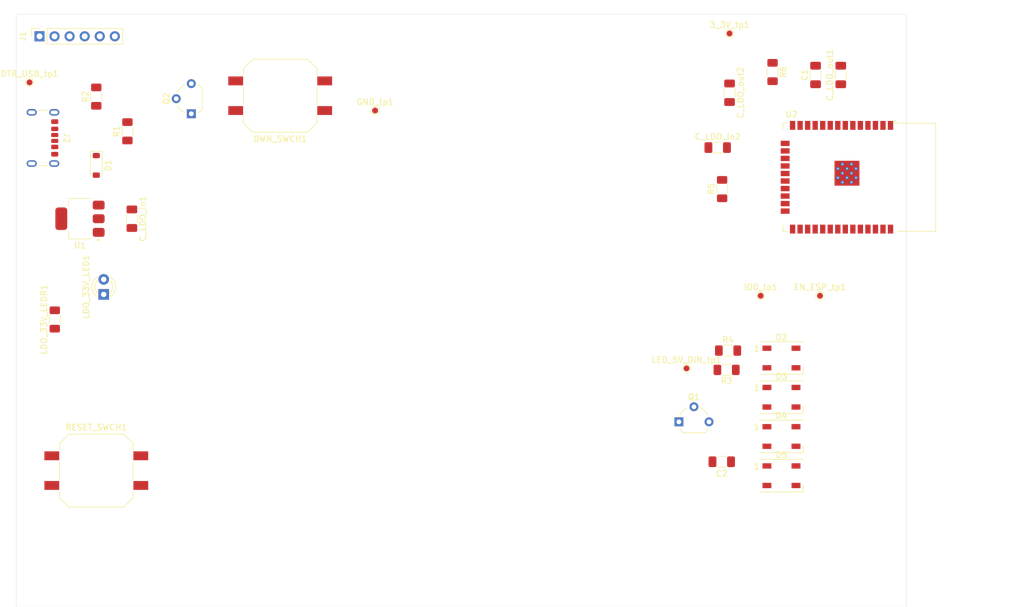
<source format=kicad_pcb>
(kicad_pcb (version 20240108) (generator "pcbnew") (generator_version "8.0")
  (layers (0 "F.Cu" signal) (31 "B.Cu" signal) (34 "B.Paste" user) (35 "F.Paste" user) (36 "B.SilkS" user "B.Silkscreen") (37 "F.SilkS" user "F.Silkscreen") (38 "B.Mask" user) (39 "F.Mask" user) (44 "Edge.Cuts" user))
  (net 0 "")
  (net 1 "DTR_BL")
  (net 2 "EN_ESP")
  (net 3 "5V_VCC")
  (net 4 "GND")
  (net 5 "3_3V_AMSVO")
  (net 6 "5V_USB_BL")
  (net 7 "Net-(D2-DIN)")
  (net 8 "Net-(D2-DOUT)")
  (net 9 "Net-(D3-DOUT)")
  (net 10 "Net-(D4-DOUT)")
  (net 12 "GPIO0")
  (net 13 "RXD_USB")
  (net 14 "TXD_USB")
  (net 15 "3.3V_USB")
  (net 16 "Net-(J2-CC1)")
  (net 17 "Net-(LDO_33V_LED1-K)")
  (net 18 "Net-(Q1-C)")
  (net 19 "Net-(Q1-B)")
  (net 20 "Net-(Q2-B)")
  (net 21 "IC_LED_DIN")
  (net 22 "RXD")
  (net 26 "TXD")
  (footprint "TestPoint:TestPoint_Pad_D1.0mm" (layer "F.Cu") (at 175.49 97.48)
    (property "Reference" "IO0_tp1" (at 0 -1.448 0) (layer "F.SilkS"))
    (property "Value" "TestPoint")
    (fp_circle (center 0 0) (end 0 0.7) (stroke (width 0.12)) (fill none) (layer "F.SilkS"))
    (pad "1" smd circle (at 0 0) (size 1 1) (layers "F.Cu" "F.Mask") (net 12 "GPIO0"))
  )
  (footprint "LED_SMD:LED_WS2812B_PLCC4_5.0x5.0mm_P3.2mm" (layer "F.Cu") (at 178.99 121.22)
    (property "Reference" "D4" (at 0 -3.5 0) (layer "F.SilkS"))
    (property "Value" "WS2812B")
    (fp_line (start -3.65 -2.75) (end 3.65 -2.75) (stroke (width 0.12)) (layer "F.SilkS"))
    (fp_line (start -3.65 2.75) (end 3.65 2.75) (stroke (width 0.12)) (layer "F.SilkS"))
    (fp_line (start 3.65 2.75) (end 3.65 1.6) (stroke (width 0.12)) (layer "F.SilkS"))
    (fp_text user "1" (at -4.15 -1.6 0) (layer "F.SilkS"))
    (pad "1" smd rect (at -2.45 -1.65) (size 1.5 0.9) (layers "F.Cu" "F.Paste" "F.Mask") (net 3 "5V_VCC"))
    (pad "2" smd rect (at -2.45 1.65) (size 1.5 0.9) (layers "F.Cu" "F.Paste" "F.Mask") (net 10 "Net-(D4-DOUT)"))
    (pad "3" smd rect (at 2.45 1.65) (size 1.5 0.9) (layers "F.Cu" "F.Paste" "F.Mask") (net 4 "GND"))
    (pad "4" smd rect (at 2.45 -1.65) (size 1.5 0.9) (layers "F.Cu" "F.Paste" "F.Mask") (net 9 "Net-(D3-DOUT)"))
  )
  (footprint "TestPoint:TestPoint_Pad_D1.0mm" (layer "F.Cu") (at 52.24 61.48)
    (property "Reference" "DTR_USB_tp1" (at 0 -1.448 0) (layer "F.SilkS"))
    (property "Value" "TestPoint")
    (fp_circle (center 0 0) (end 0 0.7) (stroke (width 0.12)) (fill none) (layer "F.SilkS"))
    (pad "1" smd circle (at 0 0) (size 1 1) (layers "F.Cu" "F.Mask") (net 1 "DTR_BL"))
  )
  (footprint "TestPoint:TestPoint_Pad_D1.0mm" (layer "F.Cu") (at 110.49 66.23)
    (property "Reference" "GND_tp1" (at 0 -1.448 0) (layer "F.SilkS"))
    (property "Value" "TestPoint")
    (fp_circle (center 0 0) (end 0 0.7) (stroke (width 0.12)) (fill none) (layer "F.SilkS"))
    (pad "1" smd circle (at 0 0) (size 1 1) (layers "F.Cu" "F.Mask") (net 4 "GND"))
  )
  (footprint "Resistor_SMD:R_1206_3216Metric_Pad1.30x1.75mm_HandSolder" (layer "F.Cu") (at 63.49 63.88 90)
    (property "Reference" "R2" (at 0 -1.82 90) (layer "F.SilkS"))
    (property "Value" "1k")
    (fp_line (start -0.727064 -0.91) (end 0.727064 -0.91) (stroke (width 0.12)) (layer "F.SilkS"))
    (fp_line (start -0.727064 0.91) (end 0.727064 0.91) (stroke (width 0.12)) (layer "F.SilkS"))
    (pad "1" smd roundrect (at -1.55 0 90) (size 1.3 1.75) (layers "F.Cu" "F.Paste" "F.Mask") (roundrect_rratio 0.192308) (net 1 "DTR_BL"))
    (pad "2" smd roundrect (at 1.55 0 90) (size 1.3 1.75) (layers "F.Cu" "F.Paste" "F.Mask") (roundrect_rratio 0.192308) (net 20 "Net-(Q2-B)"))
  )
  (footprint "LED_THT:LED_D3.0mm" (layer "F.Cu") (at 64.74 97.255 90)
    (property "Reference" "LDO_33V_LED1" (at 1.27 -2.96 90) (layer "F.SilkS"))
    (property "Value" "LED")
    (fp_line (start -0.29 -1.236) (end -0.29 -1.08) (stroke (width 0.12)) (layer "F.SilkS"))
    (fp_line (start -0.29 1.08) (end -0.29 1.236) (stroke (width 0.12)) (layer "F.SilkS"))
    (fp_arc (start -0.29 -1.235516) (mid 1.366487 -1.987659) (end 2.942335 -1.078608) (stroke (width 0.12)) (layer "F.SilkS"))
    (fp_arc (start 0.229039 -1.08) (mid 1.270117 -1.5) (end 2.31113 -1.079837) (stroke (width 0.12)) (layer "F.SilkS"))
    (fp_arc (start 2.942335 1.078608) (mid 1.366487 1.987659) (end -0.29 1.235516) (stroke (width 0.12)) (layer "F.SilkS"))
    (fp_arc (start 2.31113 1.079837) (mid 1.270117 1.5) (end 0.229039 1.08) (stroke (width 0.12)) (layer "F.SilkS"))
    (pad "1" thru_hole rect (at 0 0 90) (size 1.8 1.8) (drill 0.9) (layers "*.Cu" "*.Mask") (net 17 "Net-(LDO_33V_LED1-K)"))
    (pad "2" thru_hole circle (at 2.54 0 90) (size 1.8 1.8) (drill 0.9) (layers "*.Cu" "*.Mask") (net 5 "3_3V_AMSVO"))
  )
  (footprint "Capacitor_SMD:C_1206_3216Metric_Pad1.33x1.80mm_HandSolder" (layer "F.Cu") (at 170.24 63.23 -90)
    (property "Reference" "C_LDO_out2" (at 0 -1.85 90) (layer "F.SilkS"))
    (property "Value" "100nF")
    (fp_line (start -0.711252 0.91) (end 0.711252 0.91) (stroke (width 0.12)) (layer "F.SilkS"))
    (fp_line (start -0.711252 -0.91) (end 0.711252 -0.91) (stroke (width 0.12)) (layer "F.SilkS"))
    (pad "1" smd roundrect (at -1.5625 0 270) (size 1.325 1.8) (layers "F.Cu" "F.Paste" "F.Mask") (roundrect_rratio 0.188679) (net 5 "3_3V_AMSVO"))
    (pad "2" smd roundrect (at 1.5625 0 270) (size 1.325 1.8) (layers "F.Cu" "F.Paste" "F.Mask") (roundrect_rratio 0.188679) (net 4 "GND"))
  )
  (footprint "Package_TO_SOT_THT:TO-92_Wide" (layer "F.Cu") (at 79.51 66.77 90)
    (property "Reference" "Q2" (at 2.55 -4.19 90) (layer "F.SilkS"))
    (property "Value" "2N3904")
    (fp_line (start 0.74 1.85) (end 4.34 1.85) (stroke (width 0.12)) (layer "F.SilkS"))
    (fp_arc (start 3.65 -2.35) (mid 4.382279 -1.833196) (end 4.895458 -1.098371) (stroke (width 0.12)) (layer "F.SilkS"))
    (fp_arc (start 0.172801 -1.103842) (mid 0.678995 -1.832692) (end 1.4 -2.35) (stroke (width 0.12)) (layer "F.SilkS"))
    (fp_arc (start 4.864184 1.122795) (mid 4.633903 1.509328) (end 4.34 1.85) (stroke (width 0.12)) (layer "F.SilkS"))
    (fp_arc (start 0.74 1.85) (mid 0.446097 1.509328) (end 0.215816 1.122795) (stroke (width 0.12)) (layer "F.SilkS"))
    (pad "1" thru_hole rect (at 0 0 90) (size 1.5 1.5) (drill 0.8) (layers "*.Cu" "*.Mask") (net 4 "GND"))
    (pad "2" thru_hole circle (at 2.54 -2.54 90) (size 1.5 1.5) (drill 0.8) (layers "*.Cu" "*.Mask") (net 20 "Net-(Q2-B)"))
    (pad "3" thru_hole circle (at 5.08 0 90) (size 1.5 1.5) (drill 0.8) (layers "*.Cu" "*.Mask") (net 12 "GPIO0"))
  )
  (footprint "Connector_PinSocket_2.54mm:PinSocket_1x06_P2.54mm_Vertical" (layer "F.Cu") (at 53.915 53.705 90)
    (property "Reference" "J1" (at 0 -2.77 90) (layer "F.SilkS"))
    (property "Value" "CP2102 module")
    (fp_line (start 1.33 -1.33) (end 1.33 0) (stroke (width 0.12)) (layer "F.SilkS"))
    (fp_line (start 0 -1.33) (end 1.33 -1.33) (stroke (width 0.12)) (layer "F.SilkS"))
    (fp_line (start 1.33 1.27) (end 1.33 14.03) (stroke (width 0.12)) (layer "F.SilkS"))
    (fp_line (start -1.33 1.27) (end 1.33 1.27) (stroke (width 0.12)) (layer "F.SilkS"))
    (fp_line (start -1.33 1.27) (end -1.33 14.03) (stroke (width 0.12)) (layer "F.SilkS"))
    (fp_line (start -1.33 14.03) (end 1.33 14.03) (stroke (width 0.12)) (layer "F.SilkS"))
    (pad "1" thru_hole rect (at 0 0 90) (size 1.7 1.7) (drill 1) (layers "*.Cu" "*.Mask") (net 6 "5V_USB_BL"))
    (pad "2" thru_hole oval (at 0 2.54 90) (size 1.7 1.7) (drill 1) (layers "*.Cu" "*.Mask") (net 4 "GND"))
    (pad "3" thru_hole oval (at 0 5.08 90) (size 1.7 1.7) (drill 1) (layers "*.Cu" "*.Mask") (net 14 "TXD_USB"))
    (pad "4" thru_hole oval (at 0 7.62 90) (size 1.7 1.7) (drill 1) (layers "*.Cu" "*.Mask") (net 13 "RXD_USB"))
    (pad "5" thru_hole oval (at 0 10.16 90) (size 1.7 1.7) (drill 1) (layers "*.Cu" "*.Mask") (net 1 "DTR_BL"))
    (pad "6" thru_hole oval (at 0 12.7 90) (size 1.7 1.7) (drill 1) (layers "*.Cu" "*.Mask") (net 15 "3.3V_USB"))
  )
  (footprint "LED_SMD:LED_WS2812B_PLCC4_5.0x5.0mm_P3.2mm" (layer "F.Cu") (at 178.99 114.6)
    (property "Reference" "D3" (at 0 -3.5 0) (layer "F.SilkS"))
    (property "Value" "WS2812B")
    (fp_line (start -3.65 -2.75) (end 3.65 -2.75) (stroke (width 0.12)) (layer "F.SilkS"))
    (fp_line (start -3.65 2.75) (end 3.65 2.75) (stroke (width 0.12)) (layer "F.SilkS"))
    (fp_line (start 3.65 2.75) (end 3.65 1.6) (stroke (width 0.12)) (layer "F.SilkS"))
    (fp_text user "1" (at -4.15 -1.6 0) (layer "F.SilkS"))
    (pad "1" smd rect (at -2.45 -1.65) (size 1.5 0.9) (layers "F.Cu" "F.Paste" "F.Mask") (net 3 "5V_VCC"))
    (pad "2" smd rect (at -2.45 1.65) (size 1.5 0.9) (layers "F.Cu" "F.Paste" "F.Mask") (net 9 "Net-(D3-DOUT)"))
    (pad "3" smd rect (at 2.45 1.65) (size 1.5 0.9) (layers "F.Cu" "F.Paste" "F.Mask") (net 4 "GND"))
    (pad "4" smd rect (at 2.45 -1.65) (size 1.5 0.9) (layers "F.Cu" "F.Paste" "F.Mask") (net 8 "Net-(D2-DOUT)"))
  )
  (footprint "Capacitor_SMD:C_1206_3216Metric_Pad1.33x1.80mm_HandSolder" (layer "F.Cu") (at 184.74 60.23 90)
    (property "Reference" "C1" (at 0 -1.85 90) (layer "F.SilkS"))
    (property "Value" "100nF")
    (fp_line (start -0.711252 -0.91) (end 0.711252 -0.91) (stroke (width 0.12)) (layer "F.SilkS"))
    (fp_line (start -0.711252 0.91) (end 0.711252 0.91) (stroke (width 0.12)) (layer "F.SilkS"))
    (pad "1" smd roundrect (at -1.5625 0 90) (size 1.325 1.8) (layers "F.Cu" "F.Paste" "F.Mask") (roundrect_rratio 0.188679) (net 2 "EN_ESP"))
    (pad "2" smd roundrect (at 1.5625 0 90) (size 1.325 1.8) (layers "F.Cu" "F.Paste" "F.Mask") (roundrect_rratio 0.188679) (net 1 "DTR_BL"))
  )
  (footprint "Library:SW_Push_12x12_aliexpress" (layer "F.Cu") (at 94.49 63.73 180)
    (property "Reference" "DWN_SWCH1" (at 0 -7.3 360) (layer "F.SilkS"))
    (property "Value" "SW_Push_Dual")
    (fp_line (start 6.2 3.45) (end 6.2 4.6) (stroke (width 0.12)) (layer "F.SilkS"))
    (fp_line (start 6.2 -1.55) (end 6.2 1.55) (stroke (width 0.12)) (layer "F.SilkS"))
    (fp_line (start 6.2 -3.45) (end 6.2 -4.6) (stroke (width 0.12)) (layer "F.SilkS"))
    (fp_line (start 4.6 6.15) (end 6.2 4.6) (stroke (width 0.12)) (layer "F.SilkS"))
    (fp_line (start 4.6 -6.15) (end 6.2 -4.6) (stroke (width 0.12)) (layer "F.SilkS"))
    (fp_line (start -4.6 6.15) (end 4.6 6.15) (stroke (width 0.12)) (layer "F.SilkS"))
    (fp_line (start -4.6 -6.15) (end 4.6 -6.15) (stroke (width 0.12)) (layer "F.SilkS"))
    (fp_line (start -6.2 4.6) (end -4.6 6.15) (stroke (width 0.12)) (layer "F.SilkS"))
    (fp_line (start -6.2 3.45) (end -6.2 4.6) (stroke (width 0.12)) (layer "F.SilkS"))
    (fp_line (start -6.2 -1.55) (end -6.2 1.55) (stroke (width 0.12)) (layer "F.SilkS"))
    (fp_line (start -6.2 -3.45) (end -6.2 -4.6) (stroke (width 0.12)) (layer "F.SilkS"))
    (fp_line (start -6.2 -4.6) (end -4.6 -6.15) (stroke (width 0.12)) (layer "F.SilkS"))
    (pad "1" smd rect (at -7.5 -2.5 180) (size 2.5 1.5) (layers "F.Cu" "F.Paste" "F.Mask") (net 4 "GND"))
    (pad "2" smd rect (at 7.5 -2.5 180) (size 2.5 1.5) (layers "F.Cu" "F.Paste" "F.Mask") (net 12 "GPIO0"))
    (pad "3" smd rect (at -7.5 2.5 180) (size 2.5 1.5) (layers "F.Cu" "F.Paste" "F.Mask") (net 4 "GND"))
    (pad "4" smd rect (at 7.5 2.5 180) (size 2.5 1.5) (layers "F.Cu" "F.Paste" "F.Mask") (net 12 "GPIO0"))
  )
  (footprint "Package_TO_SOT_SMD:SOT-223-3_TabPin2" (layer "F.Cu") (at 60.74 84.48 180)
    (property "Reference" "U1" (at 0 -4.5 360) (layer "F.SilkS"))
    (property "Value" "LD1117S33TR_SOT223")
    (fp_line (start 1.91 3.41) (end 1.91 2.15) (stroke (width 0.12)) (layer "F.SilkS"))
    (fp_line (start 1.91 -3.41) (end 1.91 -2.15) (stroke (width 0.12)) (layer "F.SilkS"))
    (fp_line (start -1.85 3.41) (end 1.91 3.41) (stroke (width 0.12)) (layer "F.SilkS"))
    (fp_line (start -1.85 -3.41) (end 1.91 -3.41) (stroke (width 0.12)) (layer "F.SilkS"))
    (fp_poly (pts (xy -3.13 -3.31) (xy -3.37 -3.64) (xy -2.89 -3.64) (xy -3.13 -3.31)) (stroke (width 0.12)) (fill solid) (layer "F.SilkS"))
    (pad "1" smd roundrect (at -3.15 -2.3 180) (size 2 1.5) (layers "F.Cu" "F.Paste" "F.Mask") (net 4 "GND"))
    (pad "2" smd roundrect (at -3.15 0 180) (size 2 1.5) (layers "F.Cu" "F.Paste" "F.Mask") (net 5 "3_3V_AMSVO"))
    (pad "2" smd roundrect (at 3.15 0 180) (size 2 3.8) (layers "F.Cu" "F.Paste" "F.Mask") (net 5 "3_3V_AMSVO"))
    (pad "3" smd roundrect (at -3.15 2.3 180) (size 2 1.5) (layers "F.Cu" "F.Paste" "F.Mask") (net 3 "5V_VCC"))
  )
  (footprint "TestPoint:TestPoint_Pad_D1.0mm" (layer "F.Cu") (at 170.24 53.23)
    (property "Reference" "3_3V_tp1" (at 0 -1.448 0) (layer "F.SilkS"))
    (property "Value" "TestPoint")
    (fp_circle (center 0 0) (end 0 0.7) (stroke (width 0.12)) (fill none) (layer "F.SilkS"))
    (pad "1" smd circle (at 0 0) (size 1 1) (layers "F.Cu" "F.Mask") (net 5 "3_3V_AMSVO"))
  )
  (footprint "Diode_SMD:D_SOD-123" (layer "F.Cu") (at 63.49 75.48 -90)
    (property "Reference" "D1" (at 0 -2 90) (layer "F.SilkS"))
    (property "Value" "1N5819WS")
    (fp_line (start -2.36 1) (end 1.65 1) (stroke (width 0.12)) (layer "F.SilkS"))
    (fp_line (start -2.36 -1) (end -2.36 1) (stroke (width 0.12)) (layer "F.SilkS"))
    (fp_line (start -2.36 -1) (end 1.65 -1) (stroke (width 0.12)) (layer "F.SilkS"))
    (pad "1" smd roundrect (at -1.65 0 270) (size 0.9 1.2) (layers "F.Cu" "F.Paste" "F.Mask") (net 6 "5V_USB_BL"))
    (pad "2" smd roundrect (at 1.65 0 270) (size 0.9 1.2) (layers "F.Cu" "F.Paste" "F.Mask") (net 3 "5V_VCC"))
  )
  (footprint "Capacitor_SMD:C_1206_3216Metric_Pad1.33x1.80mm_HandSolder" (layer "F.Cu") (at 168.9275 125.48)
    (property "Reference" "C2" (at 0 2 360) (layer "F.SilkS"))
    (property "Value" "100uF")
    (fp_line (start -0.711252 -0.91) (end 0.711252 -0.91) (stroke (width 0.12)) (layer "F.SilkS"))
    (fp_line (start -0.711252 0.91) (end 0.711252 0.91) (stroke (width 0.12)) (layer "F.SilkS"))
    (pad "1" smd roundrect (at -1.5625 0) (size 1.325 1.8) (layers "F.Cu" "F.Paste" "F.Mask") (roundrect_rratio 0.188679) (net 4 "GND"))
    (pad "2" smd roundrect (at 1.5625 0) (size 1.325 1.8) (layers "F.Cu" "F.Paste" "F.Mask") (roundrect_rratio 0.188679) (net 3 "5V_VCC"))
  )
  (footprint "Capacitor_SMD:C_1206_3216Metric_Pad1.33x1.80mm_HandSolder" (layer "F.Cu") (at 168.24 72.48)
    (property "Reference" "C_LDO_in2" (at 0 -1.85 0) (layer "F.SilkS"))
    (property "Value" "10uF")
    (fp_line (start -0.711252 -0.91) (end 0.711252 -0.91) (stroke (width 0.12)) (layer "F.SilkS"))
    (fp_line (start -0.711252 0.91) (end 0.711252 0.91) (stroke (width 0.12)) (layer "F.SilkS"))
    (pad "1" smd roundrect (at -1.5625 0) (size 1.325 1.8) (layers "F.Cu" "F.Paste" "F.Mask") (roundrect_rratio 0.188679) (net 3 "5V_VCC"))
    (pad "2" smd roundrect (at 1.5625 0) (size 1.325 1.8) (layers "F.Cu" "F.Paste" "F.Mask") (roundrect_rratio 0.188679) (net 4 "GND"))
  )
  (footprint "Library:SW_Push_12x12_aliexpress" (layer "F.Cu") (at 63.49 126.98)
    (property "Reference" "RESET_SWCH1" (at 0 -7.3 0) (layer "F.SilkS"))
    (property "Value" "SW_Push_Dual")
    (fp_line (start -6.2 -4.6) (end -4.6 -6.15) (stroke (width 0.12)) (layer "F.SilkS"))
    (fp_line (start -6.2 -3.45) (end -6.2 -4.6) (stroke (width 0.12)) (layer "F.SilkS"))
    (fp_line (start -6.2 -1.55) (end -6.2 1.55) (stroke (width 0.12)) (layer "F.SilkS"))
    (fp_line (start -6.2 3.45) (end -6.2 4.6) (stroke (width 0.12)) (layer "F.SilkS"))
    (fp_line (start -6.2 4.6) (end -4.6 6.15) (stroke (width 0.12)) (layer "F.SilkS"))
    (fp_line (start -4.6 -6.15) (end 4.6 -6.15) (stroke (width 0.12)) (layer "F.SilkS"))
    (fp_line (start -4.6 6.15) (end 4.6 6.15) (stroke (width 0.12)) (layer "F.SilkS"))
    (fp_line (start 4.6 -6.15) (end 6.2 -4.6) (stroke (width 0.12)) (layer "F.SilkS"))
    (fp_line (start 4.6 6.15) (end 6.2 4.6) (stroke (width 0.12)) (layer "F.SilkS"))
    (fp_line (start 6.2 -3.45) (end 6.2 -4.6) (stroke (width 0.12)) (layer "F.SilkS"))
    (fp_line (start 6.2 -1.55) (end 6.2 1.55) (stroke (width 0.12)) (layer "F.SilkS"))
    (fp_line (start 6.2 3.45) (end 6.2 4.6) (stroke (width 0.12)) (layer "F.SilkS"))
    (pad "1" smd rect (at -7.5 -2.5) (size 2.5 1.5) (layers "F.Cu" "F.Paste" "F.Mask") (net 4 "GND"))
    (pad "2" smd rect (at 7.5 -2.5) (size 2.5 1.5) (layers "F.Cu" "F.Paste" "F.Mask") (net 2 "EN_ESP"))
    (pad "3" smd rect (at -7.5 2.5) (size 2.5 1.5) (layers "F.Cu" "F.Paste" "F.Mask") (net 4 "GND"))
    (pad "4" smd rect (at 7.5 2.5) (size 2.5 1.5) (layers "F.Cu" "F.Paste" "F.Mask") (net 2 "EN_ESP"))
  )
  (footprint "RF_Module:ESP32-WROOM-32" (layer "F.Cu") (at 189.125 77.48 -90)
    (property "Reference" "U2" (at -10.61 8.43 360) (layer "F.SilkS"))
    (property "Value" "ESP32-WROOM-32")
    (fp_line (start -9.12 9.88) (end -8.12 9.88) (stroke (width 0.12)) (layer "F.SilkS"))
    (fp_line (start 9.12 9.88) (end 8.12 9.88) (stroke (width 0.12)) (layer "F.SilkS"))
    (fp_line (start -9.12 9.1) (end -9.12 9.88) (stroke (width 0.12)) (layer "F.SilkS"))
    (fp_line (start 9.12 9.1) (end 9.12 9.88) (stroke (width 0.12)) (layer "F.SilkS"))
    (fp_line (start -9.12 -15.86) (end -9.12 -9.7) (stroke (width 0.12)) (layer "F.SilkS"))
    (fp_line (start -9.12 -15.86) (end 9.12 -15.86) (stroke (width 0.12)) (layer "F.SilkS"))
    (fp_line (start 9.12 -15.86) (end 9.12 -9.445) (stroke (width 0.12)) (layer "F.SilkS"))
    (fp_poly (pts (xy -9.125 -8.975) (xy -9.625 -8.975) (xy -9.125 -9.475) (xy -9.125 -8.975)) (stroke (width 0.12)) (fill solid) (layer "F.SilkS"))
    (pad "1" smd rect (at -8.75 -8.25 270) (size 1.5 0.9) (layers "F.Cu" "F.Paste" "F.Mask") (net 4 "GND"))
    (pad "2" smd rect (at -8.75 -6.98 270) (size 1.5 0.9) (layers "F.Cu" "F.Paste" "F.Mask") (net 5 "3_3V_AMSVO"))
    (pad "3" smd rect (at -8.75 -5.71 270) (size 1.5 0.9) (layers "F.Cu" "F.Paste" "F.Mask") (net 2 "EN_ESP"))
    (pad "4" smd rect (at -8.75 -4.44 270) (size 1.5 0.9) (layers "F.Cu" "F.Paste" "F.Mask"))
    (pad "5" smd rect (at -8.75 -3.17 270) (size 1.5 0.9) (layers "F.Cu" "F.Paste" "F.Mask"))
    (pad "6" smd rect (at -8.75 -1.9 270) (size 1.5 0.9) (layers "F.Cu" "F.Paste" "F.Mask"))
    (pad "7" smd rect (at -8.75 -0.63 270) (size 1.5 0.9) (layers "F.Cu" "F.Paste" "F.Mask") (net 21 "IC_LED_DIN"))
    (pad "8" smd rect (at -8.75 0.64 270) (size 1.5 0.9) (layers "F.Cu" "F.Paste" "F.Mask"))
    (pad "9" smd rect (at -8.75 1.91 270) (size 1.5 0.9) (layers "F.Cu" "F.Paste" "F.Mask"))
    (pad "10" smd rect (at -8.75 3.18 270) (size 1.5 0.9) (layers "F.Cu" "F.Paste" "F.Mask"))
    (pad "11" smd rect (at -8.75 4.45 270) (size 1.5 0.9) (layers "F.Cu" "F.Paste" "F.Mask"))
    (pad "12" smd rect (at -8.75 5.72 270) (size 1.5 0.9) (layers "F.Cu" "F.Paste" "F.Mask"))
    (pad "13" smd rect (at -8.75 6.99 270) (size 1.5 0.9) (layers "F.Cu" "F.Paste" "F.Mask"))
    (pad "14" smd rect (at -8.75 8.26 270) (size 1.5 0.9) (layers "F.Cu" "F.Paste" "F.Mask"))
    (pad "15" smd rect (at -5.71 9.51) (size 1.5 0.9) (layers "F.Cu" "F.Paste" "F.Mask") (net 4 "GND"))
    (pad "16" smd rect (at -4.44 9.51) (size 1.5 0.9) (layers "F.Cu" "F.Paste" "F.Mask"))
    (pad "17" smd rect (at -3.17 9.51) (size 1.5 0.9) (layers "F.Cu" "F.Paste" "F.Mask"))
    (pad "18" smd rect (at -1.9 9.51) (size 1.5 0.9) (layers "F.Cu" "F.Paste" "F.Mask"))
    (pad "19" smd rect (at -0.63 9.51) (size 1.5 0.9) (layers "F.Cu" "F.Paste" "F.Mask"))
    (pad "20" smd rect (at 0.64 9.51) (size 1.5 0.9) (layers "F.Cu" "F.Paste" "F.Mask"))
    (pad "21" smd rect (at 1.91 9.51) (size 1.5 0.9) (layers "F.Cu" "F.Paste" "F.Mask"))
    (pad "22" smd rect (at 3.18 9.51) (size 1.5 0.9) (layers "F.Cu" "F.Paste" "F.Mask"))
    (pad "23" smd rect (at 4.45 9.51) (size 1.5 0.9) (layers "F.Cu" "F.Paste" "F.Mask"))
    (pad "24" smd rect (at 5.72 9.51) (size 1.5 0.9) (layers "F.Cu" "F.Paste" "F.Mask"))
    (pad "25" smd rect (at 8.75 8.26 270) (size 1.5 0.9) (layers "F.Cu" "F.Paste" "F.Mask") (net 12 "GPIO0"))
    (pad "26" smd rect (at 8.75 6.99 270) (size 1.5 0.9) (layers "F.Cu" "F.Paste" "F.Mask"))
    (pad "27" smd rect (at 8.75 5.72 270) (size 1.5 0.9) (layers "F.Cu" "F.Paste" "F.Mask") (net 21 "IC_LED_DIN"))
    (pad "28" smd rect (at 8.75 4.45 270) (size 1.5 0.9) (layers "F.Cu" "F.Paste" "F.Mask"))
    (pad "29" smd rect (at 8.75 3.18 270) (size 1.5 0.9) (layers "F.Cu" "F.Paste" "F.Mask"))
    (pad "30" smd rect (at 8.75 1.91 270) (size 1.5 0.9) (layers "F.Cu" "F.Paste" "F.Mask"))
    (pad "31" smd rect (at 8.75 0.64 270) (size 1.5 0.9) (layers "F.Cu" "F.Paste" "F.Mask"))
    (pad "32" smd rect (at 8.75 -0.63 270) (size 1.5 0.9) (layers "F.Cu" "F.Paste" "F.Mask"))
    (pad "33" smd rect (at 8.75 -1.9 270) (size 1.5 0.9) (layers "F.Cu" "F.Paste" "F.Mask"))
    (pad "34" smd rect (at 8.75 -3.17 270) (size 1.5 0.9) (layers "F.Cu" "F.Paste" "F.Mask") (net 26 "TXD"))
    (pad "35" smd rect (at 8.75 -4.44 270) (size 1.5 0.9) (layers "F.Cu" "F.Paste" "F.Mask") (net 22 "RXD"))
    (pad "36" smd rect (at 8.75 -5.71 270) (size 1.5 0.9) (layers "F.Cu" "F.Paste" "F.Mask"))
    (pad "37" smd rect (at 8.75 -6.98 270) (size 1.5 0.9) (layers "F.Cu" "F.Paste" "F.Mask"))
    (pad "38" smd rect (at 8.75 -8.25 270) (size 1.5 0.9) (layers "F.Cu" "F.Paste" "F.Mask") (net 4 "GND"))
    (pad "39" smd rect (at -2.205 -2.435 270) (size 1.05 1.05) (layers "F.Cu" "F.Paste") (net 4 "GND"))
    (pad "39" thru_hole circle (at -2.205 -1.6725 270) (size 0.6 0.6) (drill 0.2) (property pad_prop_heatsink) (layers "*.Cu" "F.Mask") (net 4 "GND"))
    (pad "39" smd rect (at -2.205 -0.91 270) (size 1.05 1.05) (layers "F.Cu" "F.Paste") (net 4 "GND"))
    (pad "39" thru_hole circle (at -2.205 -0.1475 270) (size 0.6 0.6) (drill 0.2) (property pad_prop_heatsink) (layers "*.Cu" "F.Mask") (net 4 "GND"))
    (pad "39" smd rect (at -2.205 0.615 270) (size 1.05 1.05) (layers "F.Cu" "F.Paste") (net 4 "GND"))
    (pad "39" thru_hole circle (at -1.4425 -2.435 270) (size 0.6 0.6) (drill 0.2) (property pad_prop_heatsink) (layers "*.Cu" "F.Mask") (net 4 "GND"))
    (pad "39" thru_hole circle (at -1.4425 -0.91 270) (size 0.6 0.6) (drill 0.2) (property pad_prop_heatsink) (layers "*.Cu" "F.Mask") (net 4 "GND"))
    (pad "39" thru_hole circle (at -1.4425 0.615 270) (size 0.6 0.6) (drill 0.2) (property pad_prop_heatsink) (layers "*.Cu" "F.Mask") (net 4 "GND"))
    (pad "39" smd rect (at -0.68 -2.435 270) (size 1.05 1.05) (layers "F.Cu" "F.Paste") (net 4 "GND"))
    (pad "39" thru_hole circle (at -0.68 -1.6725 270) (size 0.6 0.6) (drill 0.2) (property pad_prop_heatsink) (layers "*.Cu" "F.Mask") (net 4 "GND"))
    (pad "39" smd rect (at -0.68 -0.91 270) (size 1.05 1.05) (layers "F.Cu" "F.Paste") (net 4 "GND"))
    (pad "39" smd rect (at -0.68 -0.91 270) (size 4.2 4.2) (layers "F.Cu" "F.Mask") (net 4 "GND"))
    (pad "39" thru_hole circle (at -0.68 -0.1475 270) (size 0.6 0.6) (drill 0.2) (property pad_prop_heatsink) (layers "*.Cu" "F.Mask") (net 4 "GND"))
    (pad "39" smd rect (at -0.68 0.615 270) (size 1.05 1.05) (layers "F.Cu" "F.Paste") (net 4 "GND"))
    (pad "39" thru_hole circle (at 0.0825 -2.435 270) (size 0.6 0.6) (drill 0.2) (property pad_prop_heatsink) (layers "*.Cu" "F.Mask") (net 4 "GND"))
    (pad "39" thru_hole circle (at 0.0825 -0.91 270) (size 0.6 0.6) (drill 0.2) (property pad_prop_heatsink) (layers "*.Cu" "F.Mask") (net 4 "GND"))
    (pad "39" thru_hole circle (at 0.0825 0.615 270) (size 0.6 0.6) (drill 0.2) (property pad_prop_heatsink) (layers "*.Cu" "F.Mask") (net 4 "GND"))
    (pad "39" smd rect (at 0.845 -2.435 270) (size 1.05 1.05) (layers "F.Cu" "F.Paste") (net 4 "GND"))
    (pad "39" thru_hole circle (at 0.845 -1.6725 270) (size 0.6 0.6) (drill 0.2) (property pad_prop_heatsink) (layers "*.Cu" "F.Mask") (net 4 "GND"))
    (pad "39" smd rect (at 0.845 -0.91 270) (size 1.05 1.05) (layers "F.Cu" "F.Paste") (net 4 "GND"))
    (pad "39" thru_hole circle (at 0.845 -0.1475 270) (size 0.6 0.6) (drill 0.2) (property pad_prop_heatsink) (layers "*.Cu" "F.Mask") (net 4 "GND"))
    (pad "39" smd rect (at 0.845 0.615 270) (size 1.05 1.05) (layers "F.Cu" "F.Paste") (net 4 "GND"))
  )
  (footprint "Resistor_SMD:R_1206_3216Metric_Pad1.30x1.75mm_HandSolder" (layer "F.Cu") (at 68.74 69.73 90)
    (property "Reference" "R1" (at 0 -1.82 90) (layer "F.SilkS"))
    (property "Value" "5.1k")
    (fp_line (start -0.727064 -0.91) (end 0.727064 -0.91) (stroke (width 0.12)) (layer "F.SilkS"))
    (fp_line (start -0.727064 0.91) (end 0.727064 0.91) (stroke (width 0.12)) (layer "F.SilkS"))
    (pad "1" smd roundrect (at -1.55 0 90) (size 1.3 1.75) (layers "F.Cu" "F.Paste" "F.Mask") (roundrect_rratio 0.192308) (net 16 "Net-(J2-CC1)"))
    (pad "2" smd roundrect (at 1.55 0 90) (size 1.3 1.75) (layers "F.Cu" "F.Paste" "F.Mask") (roundrect_rratio 0.192308) (net 4 "GND"))
  )
  (footprint "Resistor_SMD:R_1206_3216Metric_Pad1.30x1.75mm_HandSolder" (layer "F.Cu") (at 56.49 101.48 90)
    (property "Reference" "LDO_33V_LEDR1" (at 0 -1.82 90) (layer "F.SilkS"))
    (property "Value" "150")
    (fp_line (start -0.727064 -0.91) (end 0.727064 -0.91) (stroke (width 0.12)) (layer "F.SilkS"))
    (fp_line (start -0.727064 0.91) (end 0.727064 0.91) (stroke (width 0.12)) (layer "F.SilkS"))
    (pad "1" smd roundrect (at -1.55 0 90) (size 1.3 1.75) (layers "F.Cu" "F.Paste" "F.Mask") (roundrect_rratio 0.192308) (net 17 "Net-(LDO_33V_LED1-K)"))
    (pad "2" smd roundrect (at 1.55 0 90) (size 1.3 1.75) (layers "F.Cu" "F.Paste" "F.Mask") (roundrect_rratio 0.192308) (net 4 "GND"))
  )
  (footprint "Capacitor_SMD:C_1206_3216Metric_Pad1.33x1.80mm_HandSolder" (layer "F.Cu") (at 69.49 84.48 -90)
    (property "Reference" "C_LDO_in1" (at 0 -1.85 90) (layer "F.SilkS"))
    (property "Value" "100nF")
    (fp_line (start -0.711252 0.91) (end 0.711252 0.91) (stroke (width 0.12)) (layer "F.SilkS"))
    (fp_line (start -0.711252 -0.91) (end 0.711252 -0.91) (stroke (width 0.12)) (layer "F.SilkS"))
    (pad "1" smd roundrect (at -1.5625 0 270) (size 1.325 1.8) (layers "F.Cu" "F.Paste" "F.Mask") (roundrect_rratio 0.188679) (net 3 "5V_VCC"))
    (pad "2" smd roundrect (at 1.5625 0 270) (size 1.325 1.8) (layers "F.Cu" "F.Paste" "F.Mask") (roundrect_rratio 0.188679) (net 4 "GND"))
  )
  (footprint "Capacitor_SMD:C_1206_3216Metric_Pad1.33x1.80mm_HandSolder" (layer "F.Cu") (at 188.99 60.23 90)
    (property "Reference" "C_LDO_out1" (at 0 -1.85 90) (layer "F.SilkS"))
    (property "Value" "10uF")
    (fp_line (start -0.711252 -0.91) (end 0.711252 -0.91) (stroke (width 0.12)) (layer "F.SilkS"))
    (fp_line (start -0.711252 0.91) (end 0.711252 0.91) (stroke (width 0.12)) (layer "F.SilkS"))
    (pad "1" smd roundrect (at -1.5625 0 90) (size 1.325 1.8) (layers "F.Cu" "F.Paste" "F.Mask") (roundrect_rratio 0.188679) (net 5 "3_3V_AMSVO"))
    (pad "2" smd roundrect (at 1.5625 0 90) (size 1.325 1.8) (layers "F.Cu" "F.Paste" "F.Mask") (roundrect_rratio 0.188679) (net 4 "GND"))
  )
  (footprint "TestPoint:TestPoint_Pad_D1.0mm" (layer "F.Cu") (at 185.49 97.48)
    (property "Reference" "EN_ESP_tp1" (at 0 -1.448 0) (layer "F.SilkS"))
    (property "Value" "TestPoint")
    (fp_circle (center 0 0) (end 0 0.7) (stroke (width 0.12)) (fill none) (layer "F.SilkS"))
    (pad "1" smd circle (at 0 0) (size 1 1) (layers "F.Cu" "F.Mask") (net 2 "EN_ESP"))
  )
  (footprint "Resistor_SMD:R_1206_3216Metric_Pad1.30x1.75mm_HandSolder" (layer "F.Cu") (at 177.49 59.73 -90)
    (property "Reference" "R6" (at 0 -1.82 90) (layer "F.SilkS"))
    (property "Value" "10k")
    (fp_line (start -0.727064 0.91) (end 0.727064 0.91) (stroke (width 0.12)) (layer "F.SilkS"))
    (fp_line (start -0.727064 -0.91) (end 0.727064 -0.91) (stroke (width 0.12)) (layer "F.SilkS"))
    (pad "1" smd roundrect (at -1.55 0 270) (size 1.3 1.75) (layers "F.Cu" "F.Paste" "F.Mask") (roundrect_rratio 0.192308) (net 5 "3_3V_AMSVO"))
    (pad "2" smd roundrect (at 1.55 0 270) (size 1.3 1.75) (layers "F.Cu" "F.Paste" "F.Mask") (roundrect_rratio 0.192308) (net 2 "EN_ESP"))
  )
  (footprint "LED_SMD:LED_WS2812B_PLCC4_5.0x5.0mm_P3.2mm" (layer "F.Cu") (at 178.99 107.98)
    (property "Reference" "D2" (at 0 -3.5 0) (layer "F.SilkS"))
    (property "Value" "WS2812B")
    (fp_line (start -3.65 -2.75) (end 3.65 -2.75) (stroke (width 0.12)) (layer "F.SilkS"))
    (fp_line (start -3.65 2.75) (end 3.65 2.75) (stroke (width 0.12)) (layer "F.SilkS"))
    (fp_line (start 3.65 2.75) (end 3.65 1.6) (stroke (width 0.12)) (layer "F.SilkS"))
    (fp_text user "1" (at -4.15 -1.6 0) (layer "F.SilkS"))
    (pad "1" smd rect (at -2.45 -1.65) (size 1.5 0.9) (layers "F.Cu" "F.Paste" "F.Mask") (net 3 "5V_VCC"))
    (pad "2" smd rect (at -2.45 1.65) (size 1.5 0.9) (layers "F.Cu" "F.Paste" "F.Mask") (net 8 "Net-(D2-DOUT)"))
    (pad "3" smd rect (at 2.45 1.65) (size 1.5 0.9) (layers "F.Cu" "F.Paste" "F.Mask") (net 4 "GND"))
    (pad "4" smd rect (at 2.45 -1.65) (size 1.5 0.9) (layers "F.Cu" "F.Paste" "F.Mask") (net 7 "Net-(D2-DIN)"))
  )
  (footprint "Connector_USB:USB_C_Receptacle_GCT_USB4125-xx-x-0190_6P_TopMnt_Horizontal" (layer "F.Cu") (at 53.405 70.85 -90)
    (property "Reference" "J2" (at 0 -5.1 -90) (layer "F.SilkS"))
    (property "Value" "USB_C_Receptacle_PowerOnly_6P")
    (fp_line (start -4.67 -0.25) (end -4.67 -1.95) (stroke (width 0.12)) (layer "F.SilkS"))
    (fp_line (start 4.67 -0.25) (end 4.67 -1.95) (stroke (width 0.12)) (layer "F.SilkS"))
    (pad "A5" smd roundrect (at -0.5 -3.08 270) (size 0.7 1.2) (layers "F.Cu" "F.Paste" "F.Mask") (net 16 "Net-(J2-CC1)"))
    (pad "A9" smd roundrect (at 1.52 -3.08 90) (size 0.76 1.2) (layers "F.Cu" "F.Paste" "F.Mask") (net 6 "5V_USB_BL"))
    (pad "A12" smd roundrect (at 2.75 -3.08 90) (size 0.8 1.2) (layers "F.Cu" "F.Paste" "F.Mask") (net 4 "GND"))
    (pad "B5" smd roundrect (at 0.5 -3.08 90) (size 0.7 1.2) (layers "F.Cu" "F.Paste" "F.Mask") (net 16 "Net-(J2-CC1)"))
    (pad "B9" smd roundrect (at -1.52 -3.08 270) (size 0.76 1.2) (layers "F.Cu" "F.Paste" "F.Mask") (net 6 "5V_USB_BL"))
    (pad "B12" smd roundrect (at -2.75 -3.08 270) (size 0.8 1.2) (layers "F.Cu" "F.Paste" "F.Mask") (net 4 "GND"))
    (pad "S1" thru_hole oval (at -4.32 -3 270) (size 1.1 1.7) (drill oval 0.6 1.2) (layers "*.Cu" "*.Mask" "F.Paste") (net 4 "GND"))
    (pad "S1" thru_hole oval (at -4.32 0.8 270) (size 1.1 1.7) (drill oval 0.6 1.2) (layers "*.Cu" "*.Mask" "F.Paste") (net 4 "GND"))
    (pad "S1" thru_hole oval (at 4.32 -3 270) (size 1.1 1.7) (drill oval 0.6 1.2) (layers "*.Cu" "*.Mask" "F.Paste") (net 4 "GND"))
    (pad "S1" thru_hole oval (at 4.32 0.8 270) (size 1.1 1.7) (drill oval 0.6 1.2) (layers "*.Cu" "*.Mask" "F.Paste") (net 4 "GND"))
  )
  (footprint "Resistor_SMD:R_1206_3216Metric_Pad1.30x1.75mm_HandSolder" (layer "F.Cu") (at 169.74 109.98 180)
    (property "Reference" "R3" (at 0 -1.82 360) (layer "F.SilkS"))
    (property "Value" "1k")
    (fp_line (start -0.727064 0.91) (end 0.727064 0.91) (stroke (width 0.12)) (layer "F.SilkS"))
    (fp_line (start -0.727064 -0.91) (end 0.727064 -0.91) (stroke (width 0.12)) (layer "F.SilkS"))
    (pad "1" smd roundrect (at -1.55 0 180) (size 1.3 1.75) (layers "F.Cu" "F.Paste" "F.Mask") (roundrect_rratio 0.192308) (net 21 "IC_LED_DIN"))
    (pad "2" smd roundrect (at 1.55 0 180) (size 1.3 1.75) (layers "F.Cu" "F.Paste" "F.Mask") (roundrect_rratio 0.192308) (net 19 "Net-(Q1-B)"))
  )
  (footprint "Resistor_SMD:R_1206_3216Metric_Pad1.30x1.75mm_HandSolder" (layer "F.Cu") (at 168.99 79.48 90)
    (property "Reference" "R5" (at 0 -1.82 90) (layer "F.SilkS"))
    (property "Value" "10k")
    (fp_line (start -0.727064 -0.91) (end 0.727064 -0.91) (stroke (width 0.12)) (layer "F.SilkS"))
    (fp_line (start -0.727064 0.91) (end 0.727064 0.91) (stroke (width 0.12)) (layer "F.SilkS"))
    (pad "1" smd roundrect (at -1.55 0 90) (size 1.3 1.75) (layers "F.Cu" "F.Paste" "F.Mask") (roundrect_rratio 0.192308) (net 5 "3_3V_AMSVO"))
    (pad "2" smd roundrect (at 1.55 0 90) (size 1.3 1.75) (layers "F.Cu" "F.Paste" "F.Mask") (roundrect_rratio 0.192308) (net 12 "GPIO0"))
  )
  (footprint "TestPoint:TestPoint_Pad_D1.0mm" (layer "F.Cu") (at 162.99 109.73)
    (property "Reference" "LED_5V_DIN_tp1" (at 0 -1.448 0) (layer "F.SilkS"))
    (property "Value" "TestPoint")
    (fp_circle (center 0 0) (end 0 0.7) (stroke (width 0.12)) (fill none) (layer "F.SilkS"))
    (pad "1" smd circle (at 0 0) (size 1 1) (layers "F.Cu" "F.Mask") (net 18 "Net-(Q1-C)"))
  )
  (footprint "LED_SMD:LED_WS2812B_PLCC4_5.0x5.0mm_P3.2mm" (layer "F.Cu") (at 178.99 127.84)
    (property "Reference" "D5" (at 0 -3.5 0) (layer "F.SilkS"))
    (property "Value" "WS2812B")
    (fp_line (start -3.65 -2.75) (end 3.65 -2.75) (stroke (width 0.12)) (layer "F.SilkS"))
    (fp_line (start -3.65 2.75) (end 3.65 2.75) (stroke (width 0.12)) (layer "F.SilkS"))
    (fp_line (start 3.65 2.75) (end 3.65 1.6) (stroke (width 0.12)) (layer "F.SilkS"))
    (fp_text user "1" (at -4.15 -1.6 0) (layer "F.SilkS"))
    (pad "1" smd rect (at -2.45 -1.65) (size 1.5 0.9) (layers "F.Cu" "F.Paste" "F.Mask") (net 3 "5V_VCC"))
    (pad "2" smd rect (at -2.45 1.65) (size 1.5 0.9) (layers "F.Cu" "F.Paste" "F.Mask"))
    (pad "3" smd rect (at 2.45 1.65) (size 1.5 0.9) (layers "F.Cu" "F.Paste" "F.Mask") (net 4 "GND"))
    (pad "4" smd rect (at 2.45 -1.65) (size 1.5 0.9) (layers "F.Cu" "F.Paste" "F.Mask") (net 10 "Net-(D4-DOUT)"))
  )
  (footprint "Package_TO_SOT_THT:TO-92_Wide" (layer "F.Cu") (at 161.7 118.75)
    (property "Reference" "Q1" (at 2.55 -4.19 0) (layer "F.SilkS"))
    (property "Value" "2N3904")
    (fp_line (start 0.74 1.85) (end 4.34 1.85) (stroke (width 0.12)) (layer "F.SilkS"))
    (fp_arc (start 0.172801 -1.103842) (mid 0.678995 -1.832692) (end 1.4 -2.35) (stroke (width 0.12)) (layer "F.SilkS"))
    (fp_arc (start 0.74 1.85) (mid 0.446097 1.509328) (end 0.215816 1.122795) (stroke (width 0.12)) (layer "F.SilkS"))
    (fp_arc (start 3.65 -2.35) (mid 4.382279 -1.833196) (end 4.895458 -1.098371) (stroke (width 0.12)) (layer "F.SilkS"))
    (fp_arc (start 4.864184 1.122795) (mid 4.633903 1.509328) (end 4.34 1.85) (stroke (width 0.12)) (layer "F.SilkS"))
    (pad "1" thru_hole rect (at 0 0) (size 1.5 1.5) (drill 0.8) (layers "*.Cu" "*.Mask") (net 4 "GND"))
    (pad "2" thru_hole circle (at 2.54 -2.54) (size 1.5 1.5) (drill 0.8) (layers "*.Cu" "*.Mask") (net 19 "Net-(Q1-B)"))
    (pad "3" thru_hole circle (at 5.08 0) (size 1.5 1.5) (drill 0.8) (layers "*.Cu" "*.Mask") (net 18 "Net-(Q1-C)"))
  )
  (footprint "Resistor_SMD:R_1206_3216Metric_Pad1.30x1.75mm_HandSolder" (layer "F.Cu") (at 169.99 106.73)
    (property "Reference" "R4" (at 0 -1.82 0) (layer "F.SilkS"))
    (property "Value" "330")
    (fp_line (start -0.727064 -0.91) (end 0.727064 -0.91) (stroke (width 0.12)) (layer "F.SilkS"))
    (fp_line (start -0.727064 0.91) (end 0.727064 0.91) (stroke (width 0.12)) (layer "F.SilkS"))
    (pad "1" smd roundrect (at -1.55 0) (size 1.3 1.75) (layers "F.Cu" "F.Paste" "F.Mask") (roundrect_rratio 0.192308) (net 18 "Net-(Q1-C)"))
    (pad "2" smd roundrect (at 1.55 0) (size 1.3 1.75) (layers "F.Cu" "F.Paste" "F.Mask") (roundrect_rratio 0.192308) (net 7 "Net-(D2-DIN)"))
  )
  (gr_rect (start 50 50) (end 200 150) (stroke (width 0.05)) (fill none) (layer "Edge.Cuts"))
)
</source>
